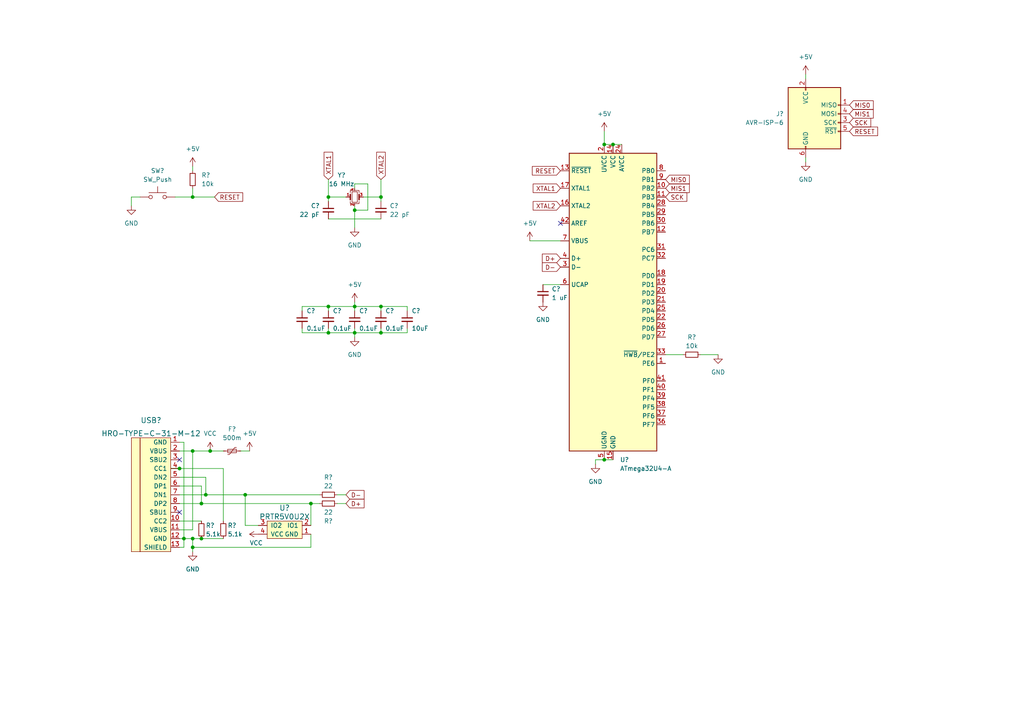
<source format=kicad_sch>
(kicad_sch (version 20211123) (generator eeschema)
  (paper "A4")
  (lib_symbols
    (symbol "Connector:AVR-ISP-6" (pin_names (offset 1.016))
      (property "Reference" "J" (at -6.35 11.43 0))
      (property "Value" "AVR-ISP-6" (at 0 11.43 0))
      (symbol "AVR-ISP-6_0_1"
        (rectangle (start -2.667 -6.858) (end -2.413 -7.62))
        (rectangle (start -2.667 10.16) (end -2.413 9.398))
        (rectangle (start 7.62 -2.413) (end 6.858 -2.667))
        (rectangle (start 7.62 0.127) (end 6.858 -0.127))
        (rectangle (start 7.62 2.667) (end 6.858 2.413))
        (rectangle (start 7.62 5.207) (end 6.858 4.953))
        (rectangle (start 7.62 10.16) (end -7.62 -7.62) (stroke (width 0.254)) (fill (type background)))
      )
      (symbol "AVR-ISP-6_1_1"
        (pin passive line (at 10.16 5.08 180) (length 2.54) (name "MISO") (number "1"))
        (pin passive line (at -2.54 12.7 270) (length 2.54) (name "VCC") (number "2"))
        (pin passive line (at 10.16 0 180) (length 2.54) (name "SCK") (number "3"))
        (pin passive line (at 10.16 2.54 180) (length 2.54) (name "MOSI") (number "4"))
        (pin passive line (at 10.16 -2.54 180) (length 2.54) (name "~{RST}") (number "5"))
        (pin passive line (at -2.54 -10.16 90) (length 2.54) (name "GND") (number "6"))
      )
    )
    (symbol "Device:C_Small" (pin_numbers hide) (pin_names (offset 0.254) hide)
      (property "Reference" "C" (at 0.254 1.778 0))
      (property "Value" "C_Small" (at 0.254 -2.032 0))
      (symbol "C_Small_0_1"
        (polyline (pts (xy -1.524 -0.508) (xy 1.524 -0.508)) (stroke (width 0.3302)))
        (polyline (pts (xy -1.524 0.508) (xy 1.524 0.508)) (stroke (width 0.3048)))
      )
      (symbol "C_Small_1_1"
        (pin passive line (at 0 2.54 270) (length 2.032) (name "~") (number "1"))
        (pin passive line (at 0 -2.54 90) (length 2.032) (name "~") (number "2"))
      )
    )
    (symbol "Device:Crystal_GND24_Small" (pin_names (offset 1.016) hide)
      (property "Reference" "Y" (at 1.27 4.445 0))
      (property "Value" "Crystal_GND24_Small" (at 1.27 2.54 0))
      (symbol "Crystal_GND24_Small_0_1"
        (rectangle (start -0.762 -1.524) (end 0.762 1.524))
        (polyline (pts (xy -1.27 -0.762) (xy -1.27 0.762)) (stroke (width 0.381)))
        (polyline (pts (xy 1.27 -0.762) (xy 1.27 0.762)) (stroke (width 0.381)))
        (polyline (pts (xy -1.27 -1.27) (xy -1.27 -1.905) (xy 1.27 -1.905) (xy 1.27 -1.27)))
        (polyline (pts (xy -1.27 1.27) (xy -1.27 1.905) (xy 1.27 1.905) (xy 1.27 1.27)))
      )
      (symbol "Crystal_GND24_Small_1_1"
        (pin passive line (at -2.54 0 0) (length 1.27) (name "1") (number "1"))
        (pin passive line (at 0 -2.54 90) (length 0.635) (name "2") (number "2"))
        (pin passive line (at 2.54 0 180) (length 1.27) (name "3") (number "3"))
        (pin passive line (at 0 2.54 270) (length 0.635) (name "4") (number "4"))
      )
    )
    (symbol "Device:Polyfuse_Small" (pin_numbers hide) (pin_names (offset 0))
      (property "Reference" "F" (at -1.905 0 90))
      (property "Value" "Polyfuse_Small" (at 1.905 0 90))
      (symbol "Polyfuse_Small_0_1"
        (rectangle (start -0.508 1.27) (end 0.508 -1.27))
        (polyline (pts (xy 0 2.54) (xy 0 -2.54)))
        (polyline (pts (xy -1.016 1.27) (xy -1.016 0.762) (xy 1.016 -0.762) (xy 1.016 -1.27)))
      )
      (symbol "Polyfuse_Small_1_1"
        (pin passive line (at 0 2.54 270) (length 0.635) (name "~") (number "1"))
        (pin passive line (at 0 -2.54 90) (length 0.635) (name "~") (number "2"))
      )
    )
    (symbol "Device:R_Small" (pin_numbers hide) (pin_names (offset 0.254) hide)
      (property "Reference" "R" (at 0.762 0.508 0))
      (property "Value" "R_Small" (at 0.762 -1.016 0))
      (symbol "R_Small_0_1"
        (rectangle (start -0.762 1.778) (end 0.762 -1.778) (stroke (width 0.2032)))
      )
      (symbol "R_Small_1_1"
        (pin passive line (at 0 2.54 270) (length 0.762) (name "~") (number "1"))
        (pin passive line (at 0 -2.54 90) (length 0.762) (name "~") (number "2"))
      )
    )
    (symbol "MCU_Microchip_ATmega:ATmega32U4-A"
      (property "Reference" "U" (at -12.7 44.45 0))
      (property "Value" "ATmega32U4-A" (at 2.54 -44.45 0))
      (symbol "ATmega32U4-A_0_1"
        (rectangle (start -12.7 -43.18) (end 12.7 43.18) (stroke (width 0.254)) (fill (type background)))
      )
      (symbol "ATmega32U4-A_1_1"
        (pin bidirectional line (at 15.24 -17.78 180) (length 2.54) (name "PE6") (number "1"))
        (pin bidirectional line (at 15.24 33.02 180) (length 2.54) (name "PB2") (number "10"))
        (pin bidirectional line (at 15.24 30.48 180) (length 2.54) (name "PB3") (number "11"))
        (pin bidirectional line (at 15.24 20.32 180) (length 2.54) (name "PB7") (number "12"))
        (pin input line (at -15.24 38.1 0) (length 2.54) (name "~{RESET}") (number "13"))
        (pin power_in line (at 0 45.72 270) (length 2.54) (name "VCC") (number "14"))
        (pin power_in line (at 0 -45.72 90) (length 2.54) (name "GND") (number "15"))
        (pin output line (at -15.24 27.94 0) (length 2.54) (name "XTAL2") (number "16"))
        (pin input line (at -15.24 33.02 0) (length 2.54) (name "XTAL1") (number "17"))
        (pin bidirectional line (at 15.24 7.62 180) (length 2.54) (name "PD0") (number "18"))
        (pin bidirectional line (at 15.24 5.08 180) (length 2.54) (name "PD1") (number "19"))
        (pin power_in line (at -2.54 45.72 270) (length 2.54) (name "UVCC") (number "2"))
        (pin bidirectional line (at 15.24 2.54 180) (length 2.54) (name "PD2") (number "20"))
        (pin bidirectional line (at 15.24 0 180) (length 2.54) (name "PD3") (number "21"))
        (pin bidirectional line (at 15.24 -5.08 180) (length 2.54) (name "PD5") (number "22"))
        (pin passive line (at 0 -45.72 90) (length 2.54) hide (name "GND") (number "23"))
        (pin power_in line (at 2.54 45.72 270) (length 2.54) (name "AVCC") (number "24"))
        (pin bidirectional line (at 15.24 -2.54 180) (length 2.54) (name "PD4") (number "25"))
        (pin bidirectional line (at 15.24 -7.62 180) (length 2.54) (name "PD6") (number "26"))
        (pin bidirectional line (at 15.24 -10.16 180) (length 2.54) (name "PD7") (number "27"))
        (pin bidirectional line (at 15.24 27.94 180) (length 2.54) (name "PB4") (number "28"))
        (pin bidirectional line (at 15.24 25.4 180) (length 2.54) (name "PB5") (number "29"))
        (pin bidirectional line (at -15.24 10.16 0) (length 2.54) (name "D-") (number "3"))
        (pin bidirectional line (at 15.24 22.86 180) (length 2.54) (name "PB6") (number "30"))
        (pin bidirectional line (at 15.24 15.24 180) (length 2.54) (name "PC6") (number "31"))
        (pin bidirectional line (at 15.24 12.7 180) (length 2.54) (name "PC7") (number "32"))
        (pin bidirectional line (at 15.24 -15.24 180) (length 2.54) (name "~{HWB}/PE2") (number "33"))
        (pin passive line (at 0 45.72 270) (length 2.54) hide (name "VCC") (number "34"))
        (pin passive line (at 0 -45.72 90) (length 2.54) hide (name "GND") (number "35"))
        (pin bidirectional line (at 15.24 -35.56 180) (length 2.54) (name "PF7") (number "36"))
        (pin bidirectional line (at 15.24 -33.02 180) (length 2.54) (name "PF6") (number "37"))
        (pin bidirectional line (at 15.24 -30.48 180) (length 2.54) (name "PF5") (number "38"))
        (pin bidirectional line (at 15.24 -27.94 180) (length 2.54) (name "PF4") (number "39"))
        (pin bidirectional line (at -15.24 12.7 0) (length 2.54) (name "D+") (number "4"))
        (pin bidirectional line (at 15.24 -25.4 180) (length 2.54) (name "PF1") (number "40"))
        (pin bidirectional line (at 15.24 -22.86 180) (length 2.54) (name "PF0") (number "41"))
        (pin passive line (at -15.24 22.86 0) (length 2.54) (name "AREF") (number "42"))
        (pin passive line (at 0 -45.72 90) (length 2.54) hide (name "GND") (number "43"))
        (pin passive line (at 2.54 45.72 270) (length 2.54) hide (name "AVCC") (number "44"))
        (pin passive line (at -2.54 -45.72 90) (length 2.54) (name "UGND") (number "5"))
        (pin passive line (at -15.24 5.08 0) (length 2.54) (name "UCAP") (number "6"))
        (pin input line (at -15.24 17.78 0) (length 2.54) (name "VBUS") (number "7"))
        (pin bidirectional line (at 15.24 38.1 180) (length 2.54) (name "PB0") (number "8"))
        (pin bidirectional line (at 15.24 35.56 180) (length 2.54) (name "PB1") (number "9"))
      )
    )
    (symbol "Switch:SW_Push" (pin_numbers hide) (pin_names (offset 1.016) hide)
      (property "Reference" "SW" (at 1.27 2.54 0))
      (property "Value" "SW_Push" (at 0 -1.524 0))
      (symbol "SW_Push_0_1"
        (circle (center -2.032 0) (radius 0.508))
        (polyline (pts (xy 0 1.27) (xy 0 3.048)))
        (polyline (pts (xy 2.54 1.27) (xy -2.54 1.27)))
        (circle (center 2.032 0) (radius 0.508))
        (pin passive line (at -5.08 0 0) (length 2.54) (name "1") (number "1"))
        (pin passive line (at 5.08 0 180) (length 2.54) (name "2") (number "2"))
      )
    )
    (symbol "Type-C:HRO-TYPE-C-31-M-12" (pin_names (offset 1.016))
      (property "Reference" "USB" (at -5.08 16.51 0))
      (property "Value" "HRO-TYPE-C-31-M-12" (at -10.16 -1.27 90))
      (symbol "HRO-TYPE-C-31-M-12_0_1"
        (rectangle (start -11.43 15.24) (end -8.89 -17.78) (fill (type background)))
        (rectangle (start 0 -17.78) (end -8.89 15.24) (fill (type background)))
      )
      (symbol "HRO-TYPE-C-31-M-12_1_1"
        (pin input line (at 2.54 13.97 180) (length 2.54) (name "GND") (number "1"))
        (pin input line (at 2.54 -8.89 180) (length 2.54) (name "CC2") (number "10"))
        (pin input line (at 2.54 -11.43 180) (length 2.54) (name "VBUS") (number "11"))
        (pin input line (at 2.54 -13.97 180) (length 2.54) (name "GND") (number "12"))
        (pin input line (at 2.54 -16.51 180) (length 2.54) (name "SHIELD") (number "13"))
        (pin input line (at 2.54 11.43 180) (length 2.54) (name "VBUS") (number "2"))
        (pin input line (at 2.54 8.89 180) (length 2.54) (name "SBU2") (number "3"))
        (pin input line (at 2.54 6.35 180) (length 2.54) (name "CC1") (number "4"))
        (pin input line (at 2.54 3.81 180) (length 2.54) (name "DN2") (number "5"))
        (pin input line (at 2.54 1.27 180) (length 2.54) (name "DP1") (number "6"))
        (pin input line (at 2.54 -1.27 180) (length 2.54) (name "DN1") (number "7"))
        (pin input line (at 2.54 -3.81 180) (length 2.54) (name "DP2") (number "8"))
        (pin input line (at 2.54 -6.35 180) (length 2.54) (name "SBU1") (number "9"))
      )
    )
    (symbol "power:+5V" (power) (pin_names (offset 0))
      (property "Value" "+5V" (at 0 3.556 0))
      (symbol "+5V_0_1"
        (polyline (pts (xy -0.762 1.27) (xy 0 2.54)))
        (polyline (pts (xy 0 0) (xy 0 2.54)))
        (polyline (pts (xy 0 2.54) (xy 0.762 1.27)))
      )
      (symbol "+5V_1_1"
        (pin power_in line (at 0 0 90) (length 0) hide (name "+5V") (number "1"))
      )
    )
    (symbol "power:GND" (power) (pin_names (offset 0))
      (property "Value" "GND" (at 0 -3.81 0))
      (symbol "GND_0_1"
        (polyline (pts (xy 0 0) (xy 0 -1.27) (xy 1.27 -1.27) (xy 0 -2.54) (xy -1.27 -1.27) (xy 0 -1.27)))
      )
      (symbol "GND_1_1"
        (pin power_in line (at 0 0 270) (length 0) hide (name "GND") (number "1"))
      )
    )
    (symbol "power:VCC" (power) (pin_names (offset 0))
      (property "Value" "VCC" (at 0 3.81 0))
      (symbol "VCC_0_1"
        (polyline (pts (xy -0.762 1.27) (xy 0 2.54)))
        (polyline (pts (xy 0 0) (xy 0 2.54)))
        (polyline (pts (xy 0 2.54) (xy 0.762 1.27)))
      )
      (symbol "VCC_1_1"
        (pin power_in line (at 0 0 90) (length 0) hide (name "VCC") (number "1"))
      )
    )
    (symbol "random-keyboard-parts:PRTR5V0U2X" (pin_names (offset 1.016))
      (property "Reference" "U" (at 0 3.81 0))
      (property "Value" "PRTR5V0U2X" (at 0 -3.81 0))
      (symbol "PRTR5V0U2X_0_1"
        (rectangle (start -5.08 2.54) (end 5.08 -2.54) (fill (type background)))
      )
      (symbol "PRTR5V0U2X_1_1"
        (pin input line (at -7.62 1.27 0) (length 2.54) (name "GND") (number "1"))
        (pin input line (at -7.62 -1.27 0) (length 2.54) (name "IO1") (number "2"))
        (pin input line (at 7.62 -1.27 180) (length 2.54) (name "IO2") (number "3"))
        (pin input line (at 7.62 1.27 180) (length 2.54) (name "VCC") (number "4"))
      )
    )
  )
  (junction (at 110.49 57.15))
  (junction (at 55.88 158.75))
  (junction (at 95.25 88.9))
  (junction (at 55.88 156.21))
  (junction (at 58.42 156.21))
  (junction (at 95.25 57.15))
  (junction (at 71.12 143.51))
  (junction (at 55.88 130.81))
  (junction (at 60.96 130.81))
  (junction (at 90.17 146.05))
  (junction (at 52.07 135.89))
  (junction (at 102.87 88.9))
  (junction (at 58.42 146.05))
  (junction (at 55.88 57.15))
  (junction (at 102.87 96.52))
  (junction (at 175.26 133.35))
  (junction (at 175.26 41.91))
  (junction (at 102.87 60.96))
  (junction (at 177.8 41.91))
  (junction (at 110.49 96.52))
  (junction (at 95.25 96.52))
  (junction (at 53.34 156.21))
  (junction (at 59.69 143.51))
  (junction (at 110.49 88.9))
  (no_connect (at 52.07 148.59))
  (no_connect (at 162.56 64.77))
  (no_connect (at 52.07 133.35))
  (wire (pts (xy 105.41 57.15) (xy 110.49 57.15)))
  (wire (pts (xy 177.8 133.35) (xy 175.26 133.35)))
  (wire (pts (xy 90.17 154.94) (xy 90.17 158.75)))
  (wire (pts (xy 52.07 156.21) (xy 53.34 156.21)))
  (wire (pts (xy 110.49 96.52) (xy 118.11 96.52)))
  (wire (pts (xy 60.96 130.81) (xy 64.77 130.81)))
  (wire (pts (xy 49.53 135.89) (xy 52.07 135.89)))
  (wire (pts (xy 177.8 41.91) (xy 175.26 41.91)))
  (wire (pts (xy 95.25 52.07) (xy 95.25 57.15)))
  (wire (pts (xy 95.25 63.5) (xy 110.49 63.5)))
  (wire (pts (xy 53.34 156.21) (xy 53.34 128.27)))
  (wire (pts (xy 90.17 146.05) (xy 90.17 152.4)))
  (wire (pts (xy 157.48 82.55) (xy 162.56 82.55)))
  (wire (pts (xy 102.87 96.52) (xy 102.87 97.79)))
  (wire (pts (xy 59.69 143.51) (xy 71.12 143.51)))
  (wire (pts (xy 95.25 95.25) (xy 95.25 96.52)))
  (wire (pts (xy 38.1 57.15) (xy 38.1 59.69)))
  (wire (pts (xy 52.07 128.27) (xy 53.34 128.27)))
  (wire (pts (xy 50.8 57.15) (xy 55.88 57.15)))
  (wire (pts (xy 55.88 130.81) (xy 60.96 130.81)))
  (wire (pts (xy 87.63 95.25) (xy 87.63 96.52)))
  (wire (pts (xy 102.87 88.9) (xy 102.87 90.17)))
  (wire (pts (xy 69.85 130.81) (xy 72.39 130.81)))
  (wire (pts (xy 110.49 52.07) (xy 110.49 57.15)))
  (wire (pts (xy 102.87 60.96) (xy 102.87 66.04)))
  (wire (pts (xy 52.07 130.81) (xy 55.88 130.81)))
  (wire (pts (xy 87.63 96.52) (xy 95.25 96.52)))
  (wire (pts (xy 55.88 57.15) (xy 62.23 57.15)))
  (wire (pts (xy 95.25 57.15) (xy 100.33 57.15)))
  (wire (pts (xy 55.88 48.26) (xy 55.88 49.53)))
  (wire (pts (xy 95.25 57.15) (xy 95.25 58.42)))
  (wire (pts (xy 95.25 96.52) (xy 102.87 96.52)))
  (wire (pts (xy 102.87 59.69) (xy 102.87 60.96)))
  (wire (pts (xy 233.68 21.59) (xy 233.68 22.86)))
  (wire (pts (xy 233.68 45.72) (xy 233.68 46.99)))
  (wire (pts (xy 97.79 143.51) (xy 100.33 143.51)))
  (wire (pts (xy 59.69 138.43) (xy 59.69 143.51)))
  (wire (pts (xy 110.49 88.9) (xy 110.49 90.17)))
  (wire (pts (xy 52.07 135.89) (xy 64.77 135.89)))
  (wire (pts (xy 102.87 87.63) (xy 102.87 88.9)))
  (wire (pts (xy 110.49 57.15) (xy 110.49 58.42)))
  (wire (pts (xy 55.88 156.21) (xy 55.88 158.75)))
  (wire (pts (xy 110.49 95.25) (xy 110.49 96.52)))
  (wire (pts (xy 102.87 54.61) (xy 102.87 53.34)))
  (wire (pts (xy 55.88 54.61) (xy 55.88 57.15)))
  (wire (pts (xy 175.26 38.1) (xy 175.26 41.91)))
  (wire (pts (xy 52.07 143.51) (xy 59.69 143.51)))
  (wire (pts (xy 118.11 96.52) (xy 118.11 95.25)))
  (wire (pts (xy 110.49 88.9) (xy 118.11 88.9)))
  (wire (pts (xy 52.07 151.13) (xy 58.42 151.13)))
  (wire (pts (xy 102.87 95.25) (xy 102.87 96.52)))
  (wire (pts (xy 55.88 158.75) (xy 90.17 158.75)))
  (wire (pts (xy 203.2 102.87) (xy 208.28 102.87)))
  (wire (pts (xy 58.42 156.21) (xy 64.77 156.21)))
  (wire (pts (xy 180.34 41.91) (xy 177.8 41.91)))
  (wire (pts (xy 53.34 158.75) (xy 53.34 156.21)))
  (wire (pts (xy 95.25 88.9) (xy 95.25 90.17)))
  (wire (pts (xy 52.07 146.05) (xy 58.42 146.05)))
  (wire (pts (xy 71.12 143.51) (xy 92.71 143.51)))
  (wire (pts (xy 172.72 133.35) (xy 172.72 134.62)))
  (wire (pts (xy 71.12 143.51) (xy 71.12 152.4)))
  (wire (pts (xy 64.77 135.89) (xy 64.77 151.13)))
  (wire (pts (xy 90.17 146.05) (xy 92.71 146.05)))
  (wire (pts (xy 106.68 53.34) (xy 106.68 60.96)))
  (wire (pts (xy 71.12 152.4) (xy 74.93 152.4)))
  (wire (pts (xy 52.07 140.97) (xy 58.42 140.97)))
  (wire (pts (xy 95.25 88.9) (xy 102.87 88.9)))
  (wire (pts (xy 153.67 69.85) (xy 162.56 69.85)))
  (wire (pts (xy 58.42 146.05) (xy 90.17 146.05)))
  (wire (pts (xy 52.07 153.67) (xy 55.88 153.67)))
  (wire (pts (xy 102.87 53.34) (xy 106.68 53.34)))
  (wire (pts (xy 53.34 156.21) (xy 55.88 156.21)))
  (wire (pts (xy 87.63 90.17) (xy 87.63 88.9)))
  (wire (pts (xy 97.79 146.05) (xy 100.33 146.05)))
  (wire (pts (xy 102.87 88.9) (xy 110.49 88.9)))
  (wire (pts (xy 52.07 158.75) (xy 53.34 158.75)))
  (wire (pts (xy 58.42 140.97) (xy 58.42 146.05)))
  (wire (pts (xy 193.04 102.87) (xy 198.12 102.87)))
  (wire (pts (xy 118.11 88.9) (xy 118.11 90.17)))
  (wire (pts (xy 55.88 156.21) (xy 58.42 156.21)))
  (wire (pts (xy 87.63 88.9) (xy 95.25 88.9)))
  (wire (pts (xy 55.88 153.67) (xy 55.88 130.81)))
  (wire (pts (xy 52.07 138.43) (xy 59.69 138.43)))
  (wire (pts (xy 55.88 158.75) (xy 55.88 160.02)))
  (wire (pts (xy 40.64 57.15) (xy 38.1 57.15)))
  (wire (pts (xy 106.68 60.96) (xy 102.87 60.96)))
  (wire (pts (xy 102.87 96.52) (xy 110.49 96.52)))
  (wire (pts (xy 175.26 133.35) (xy 172.72 133.35)))
  (global_label "D+" (shape input) (at 162.56 74.93 180) (property "Intersheet References" "${INTERSHEET_REFS}" (effects hide)))
  (global_label "D-" (shape input) (at 162.56 77.47 180) (property "Intersheet References" "${INTERSHEET_REFS}" (effects hide)))
  (global_label "D+" (shape input) (at 100.33 146.05 0) (property "Intersheet References" "${INTERSHEET_REFS}" (effects hide)))
  (global_label "MIS0" (shape input) (at 193.04 52.07 0) (property "Intersheet References" "${INTERSHEET_REFS}" (effects hide)))
  (global_label "XTAL1" (shape input) (at 162.56 54.61 180) (property "Intersheet References" "${INTERSHEET_REFS}" (effects hide)))
  (global_label "XTAL2" (shape input) (at 110.49 52.07 90) (property "Intersheet References" "${INTERSHEET_REFS}" (effects hide)))
  (global_label "XTAL2" (shape input) (at 162.56 59.69 180) (property "Intersheet References" "${INTERSHEET_REFS}" (effects hide)))
  (global_label "RESET" (shape input) (at 62.23 57.15 0) (property "Intersheet References" "${INTERSHEET_REFS}" (effects hide)))
  (global_label "RESET" (shape input) (at 246.38 38.1 0) (property "Intersheet References" "${INTERSHEET_REFS}" (effects hide)))
  (global_label "RESET" (shape input) (at 162.56 49.53 180) (property "Intersheet References" "${INTERSHEET_REFS}" (effects hide)))
  (global_label "SCK" (shape input) (at 246.38 35.56 0) (property "Intersheet References" "${INTERSHEET_REFS}" (effects hide)))
  (global_label "MIS0" (shape input) (at 246.38 30.48 0) (property "Intersheet References" "${INTERSHEET_REFS}" (effects hide)))
  (global_label "D-" (shape input) (at 100.33 143.51 0) (property "Intersheet References" "${INTERSHEET_REFS}" (effects hide)))
  (global_label "MIS1" (shape input) (at 193.04 54.61 0) (property "Intersheet References" "${INTERSHEET_REFS}" (effects hide)))
  (global_label "SCK" (shape input) (at 193.04 57.15 0) (property "Intersheet References" "${INTERSHEET_REFS}" (effects hide)))
  (global_label "MIS1" (shape input) (at 246.38 33.02 0) (property "Intersheet References" "${INTERSHEET_REFS}" (effects hide)))
  (global_label "XTAL1" (shape input) (at 95.25 52.07 90) (property "Intersheet References" "${INTERSHEET_REFS}" (effects hide)))
  (symbol (lib_id "Device:R_Small") (at 64.77 153.67 0) (unit 1)
    (property "Reference" "R?" (at 66.04 152.4 0) (effects (justify left)))
    (property "Value" "5.1k" (at 66.04 154.94 0) (effects (justify left)))
  )
  (symbol (lib_id "Device:R_Small") (at 58.42 153.67 0) (unit 1)
    (property "Reference" "R?" (at 59.69 152.4 0) (effects (justify left)))
    (property "Value" "5.1k" (at 59.69 154.94 0) (effects (justify left)))
  )
  (symbol (lib_id "MCU_Microchip_ATmega:ATmega32U4-A") (at 177.8 87.63 0) (unit 1)
    (property "Reference" "U?" (at 179.8194 133.35 0) (effects (justify left)))
    (property "Value" "ATmega32U4-A" (at 179.8194 135.89 0) (effects (justify left)))
    (property "Footprint" "Package_QFP:TQFP-44_10x10mm_P0.8mm" (effects hide))
    (property "Datasheet" "http://ww1.microchip.com/downloads/en/DeviceDoc/Atmel-7766-8-bit-AVR-ATmega16U4-32U4_Datasheet.pdf" (effects hide))
  )
  (symbol (lib_id "Device:C_Small") (at 110.49 92.71 0) (unit 1)
    (property "Reference" "C?" (at 111.76 90.17 0) (effects (justify left)))
    (property "Value" "0.1uF" (at 111.76 95.25 0) (effects (justify left)))
  )
  (symbol (lib_id "Device:C_Small") (at 157.48 85.09 0) (unit 1)
    (property "Reference" "C?" (at 160.02 83.8262 0) (effects (justify left)))
    (property "Value" "1 uF" (at 160.02 86.3662 0) (effects (justify left)))
  )
  (symbol (lib_id "power:GND") (at 208.28 102.87 0) (unit 1)
    (property "Reference" "#PWR?" (effects hide))
    (property "Value" "GND" (at 208.28 107.95 0))
  )
  (symbol (lib_id "power:GND") (at 102.87 97.79 0) (unit 1)
    (property "Reference" "#PWR?" (effects hide))
    (property "Value" "GND" (at 102.87 102.87 0))
  )
  (symbol (lib_id "power:GND") (at 102.87 66.04 0) (unit 1)
    (property "Reference" "#PWR?" (effects hide))
    (property "Value" "GND" (at 102.87 71.12 0))
  )
  (symbol (lib_id "Device:C_Small") (at 118.11 92.71 0) (unit 1)
    (property "Reference" "C?" (at 119.38 90.17 0) (effects (justify left)))
    (property "Value" "10uF" (at 119.38 95.25 0) (effects (justify left)))
  )
  (symbol (lib_id "power:+5V") (at 55.88 48.26 0) (unit 1)
    (property "Reference" "#PWR?" (effects hide))
    (property "Value" "+5V" (at 55.88 43.18 0))
  )
  (symbol (lib_id "power:+5V") (at 153.67 69.85 0) (unit 1)
    (property "Reference" "#PWR?" (effects hide))
    (property "Value" "+5V" (at 153.67 64.77 0))
  )
  (symbol (lib_id "Switch:SW_Push") (at 45.72 57.15 0) (unit 1)
    (property "Reference" "SW?" (at 45.72 49.53 0))
    (property "Value" "SW_Push" (at 45.72 52.07 0))
  )
  (symbol (lib_id "power:+5V") (at 175.26 38.1 0) (unit 1)
    (property "Reference" "#PWR?" (effects hide))
    (property "Value" "+5V" (at 175.26 33.02 0))
  )
  (symbol (lib_id "Connector:AVR-ISP-6") (at 236.22 35.56 0) (unit 1)
    (property "Reference" "J?" (at 227.33 33.0199 0) (effects (justify right)))
    (property "Value" "AVR-ISP-6" (at 227.33 35.5599 0) (effects (justify right)))
    (property "Datasheet" " ~" (effects hide))
  )
  (symbol (lib_id "Device:C_Small") (at 110.49 60.96 0) (unit 1)
    (property "Reference" "C?" (at 113.03 59.6962 0) (effects (justify left)))
    (property "Value" "22 pF" (at 113.03 62.2362 0) (effects (justify left)))
  )
  (symbol (lib_id "power:GND") (at 172.72 134.62 0) (unit 1)
    (property "Reference" "#PWR?" (effects hide))
    (property "Value" "GND" (at 172.72 139.7 0))
  )
  (symbol (lib_id "Device:Polyfuse_Small") (at 67.31 130.81 90) (unit 1)
    (property "Reference" "F?" (at 67.31 124.46 90))
    (property "Value" "500m" (at 67.31 127 90))
  )
  (symbol (lib_id "Device:C_Small") (at 87.63 92.71 0) (unit 1)
    (property "Reference" "C?" (at 88.9 90.17 0) (effects (justify left)))
    (property "Value" "0.1uF" (at 88.9 95.25 0) (effects (justify left)))
  )
  (symbol (lib_id "Device:R_Small") (at 95.25 143.51 90) (unit 1)
    (property "Reference" "R?" (at 95.25 138.43 90))
    (property "Value" "22" (at 95.25 140.97 90))
  )
  (symbol (lib_id "Type-C:HRO-TYPE-C-31-M-12") (at 49.53 142.24 0) (unit 1)
    (property "Reference" "USB?" (at 43.815 121.92 0) (effects (font (size 1.524 1.524))))
    (property "Value" "HRO-TYPE-C-31-M-12" (at 43.815 125.73 0) (effects (font (size 1.524 1.524))))
  )
  (symbol (lib_id "Device:R_Small") (at 200.66 102.87 90) (unit 1)
    (property "Reference" "R?" (at 200.66 97.79 90))
    (property "Value" "10k" (at 200.66 100.33 90))
  )
  (symbol (lib_id "Device:R_Small") (at 55.88 52.07 0) (unit 1)
    (property "Reference" "R?" (at 58.42 50.7999 0) (effects (justify left)))
    (property "Value" "10k" (at 58.42 53.3399 0) (effects (justify left)))
  )
  (symbol (lib_id "power:VCC") (at 74.93 154.94 90) (unit 1)
    (property "Reference" "#PWR?" (effects hide))
    (property "Value" "VCC" (at 72.39 157.48 90) (effects (justify right)))
  )
  (symbol (lib_id "Device:R_Small") (at 95.25 146.05 90) (unit 1)
    (property "Reference" "R?" (at 95.25 151.13 90))
    (property "Value" "22" (at 95.25 148.59 90))
  )
  (symbol (lib_id "power:GND") (at 233.68 46.99 0) (unit 1)
    (property "Reference" "#PWR?" (effects hide))
    (property "Value" "GND" (at 233.68 52.07 0))
  )
  (symbol (lib_id "Device:C_Small") (at 95.25 60.96 0) (unit 1)
    (property "Reference" "C?" (at 90.17 59.69 0) (effects (justify left)))
    (property "Value" "22 pF" (at 92.71 62.23 0) (effects (justify right)))
  )
  (symbol (lib_id "power:GND") (at 55.88 160.02 0) (unit 1)
    (property "Reference" "#PWR?" (effects hide))
    (property "Value" "GND" (at 55.88 165.1 0))
  )
  (symbol (lib_id "Device:C_Small") (at 102.87 92.71 0) (unit 1)
    (property "Reference" "C?" (at 104.14 90.17 0) (effects (justify left)))
    (property "Value" "0.1uF" (at 104.14 95.25 0) (effects (justify left)))
  )
  (symbol (lib_id "Device:Crystal_GND24_Small") (at 102.87 57.15 0) (unit 1)
    (property "Reference" "Y?" (at 99.06 50.8 0))
    (property "Value" "16 MHz" (at 99.06 53.34 0))
  )
  (symbol (lib_id "power:+5V") (at 102.87 87.63 0) (unit 1)
    (property "Reference" "#PWR?" (effects hide))
    (property "Value" "+5V" (at 102.87 82.55 0))
  )
  (symbol (lib_id "power:+5V") (at 72.39 130.81 0) (unit 1)
    (property "Reference" "#PWR?" (effects hide))
    (property "Value" "+5V" (at 72.39 125.73 0))
  )
  (symbol (lib_id "power:GND") (at 157.48 87.63 0) (unit 1)
    (property "Reference" "#PWR?" (effects hide))
    (property "Value" "GND" (at 157.48 92.71 0))
  )
  (symbol (lib_id "Device:C_Small") (at 95.25 92.71 0) (unit 1)
    (property "Reference" "C?" (at 96.52 90.17 0) (effects (justify left)))
    (property "Value" "0.1uF" (at 96.52 95.25 0) (effects (justify left)))
  )
  (symbol (lib_id "power:+5V") (at 233.68 21.59 0) (unit 1)
    (property "Reference" "#PWR?" (effects hide))
    (property "Value" "+5V" (at 233.68 16.51 0))
  )
  (symbol (lib_id "power:VCC") (at 60.96 130.81 0) (unit 1)
    (property "Reference" "#PWR?" (effects hide))
    (property "Value" "VCC" (at 60.96 125.73 0))
  )
  (symbol (lib_id "random-keyboard-parts:PRTR5V0U2X") (at 82.55 153.67 180) (unit 1)
    (property "Reference" "U?" (at 82.55 147.32 0) (effects (font (size 1.524 1.524))))
    (property "Value" "PRTR5V0U2X" (at 82.55 149.86 0) (effects (font (size 1.524 1.524))))
  )
  (symbol (lib_id "power:GND") (at 38.1 59.69 0) (unit 1)
    (property "Reference" "#PWR?" (effects hide))
    (property "Value" "GND" (at 38.1 64.77 0))
  )
)
</source>
